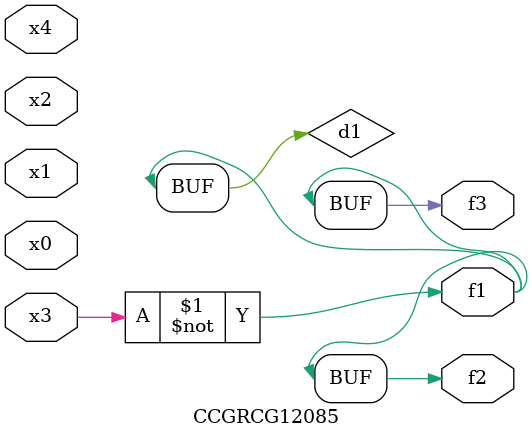
<source format=v>
module CCGRCG12085(
	input x0, x1, x2, x3, x4,
	output f1, f2, f3
);

	wire d1, d2;

	xnor (d1, x3);
	not (d2, x1);
	assign f1 = d1;
	assign f2 = d1;
	assign f3 = d1;
endmodule

</source>
